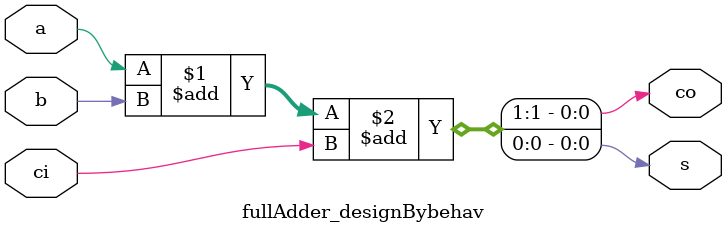
<source format=v>
`timescale 1ns / 1ps

module fullAdder_designBylogic(
    input a,b,ci,
    output co,s 
);
    wire temp;
    xor xor1(temp,b,ci);
    xor xor2(s,a,temp);//s=a^b^ci
    
    wire a_b1,a_b2,aob;
    and and1(a_b1,a,b);//ab
    or or1(aob,a,b);//a+b
    and and2(a_b2,aob,ci);//(a+b)ci
    or or2(co,a_b1,a_b2);
endmodule

module fullAdder_designBydata(
    input a,b,ci,
    output co,s 
);
    assign s=a^b^ci;
    assign co=a&b|(a|b)&ci;
endmodule

module fullAdder_designBybehav(
    input a,b,ci,
    output co,s 
);
    assign {co,s}=a+b+ci;
endmodule
</source>
